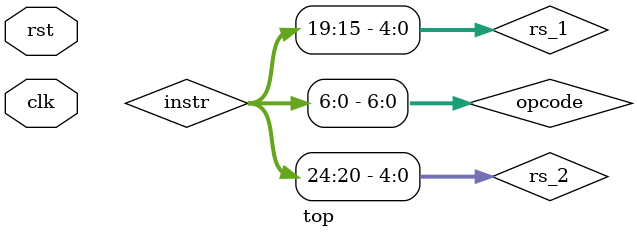
<source format=sv>
module top(

    input logic clk,
    input logic rst


);



//kablolar ALU
 logic [31:0]alu_in_1;
 logic [31:0]alu_in_2; //anlik deger olabilir
 logic [3:0]alu_op;
 logic [31:0]alu_out; //output
 logic alu_zero_flag; //output

 //kablolar ImmediateGenerator

 logic [31:0]instr;
 logic [6:0]opcode;
 logic [31:0]imm; //output

//kablolar ProgramCounter
  logic pc_clk;
  logic pc_rst;
  logic [31:0]next_out; //PC'nin alacagi yeni deger , disarida ya 4 ile toplanir ya da dallanma varsa anlikla .

  logic [31:0]pc_out; //output

//kablolar RegisterFile
  logic rf_clk;
  logic rf_rst;

  logic rf_write; //yazma denetimi
  logic [4:0]rs_1;
  logic [4:0]rs_2;
  logic [4:0]dst_r; //hedef yazmac
  logic [31:0]data; // "yaz" denetimi ile yazilacak veri

  logic [31:0]out_r1; //output
  logic [31:0]out_r2; //output

//kablolar InstructionMemory
 logic [31:0]out_inst ; // output
 logic [9:0]address_inst;


//kablolar DataMemory
 logic dm_write; // Yazma denetimi
 logic dm_clk;
 logic dm_rst;
 logic [31:0]in_data; // Yazilacak veri
 logic [31:0]address_data; // okunacak verinin adresi (ilk iki bite bakilmaz)
 logic [2:0]funct3; // komutun icindeki funct alani

 logic [31:0]dm_out; //output

 //kablolar ControlUnit


     
     logic [6:0]funct7;

     logic reg_write; //output
     logic mem_write; // output
     logic ALU_src;  // output
     logic [1:0]reg_src; // output
     logic [3:0]ALU_control; //  output
     logic branch; //output 
     logic jump; //output

//Instructioni parcalama
assign opcode   = instr[6:0];
assign dst_r  = instr[11:7];
assign funct3   = instr[14:12];
assign rs_1 = instr[19:15];
assign rs_2 = instr[24:20];
assign funct7   = instr[31:25];



always_comb begin

    //ALU giren MUX
    alu_in_2 = ALU_src == 0 ? out_r2 : imm;
    
    //Register giris verisi MUX
    data  = 32'b00 ;
    if(reg_src == 2'b00)begin
        data = alu_out;

    end
    else begin
        if(reg_src == 2'b01)begin
            data = dm_out;

        end
        else begin
            if(reg_src == 2'b10)begin

                data = pc_out + 32'd4;

            end

        end

    end

    //PC'nin sonraki degeri icin MUX
    next_out = (branch&&alu_zero_flag)||(jump&&opcode==7'b1101111) ? (pc_out+imm) : (pc_out + 4) ;
    if(jump&&opcode==7'b1100111)begin
        next_out = alu_out;

    end



end


ALU alu(.in_1(out_r1) , .in_2(alu_in_2) , .op(ALU_control) , .out(alu_out) , .zero(alu_zero_flag));

ImmediateGenerator Imm_Gen(.instr(instr) , .op(opcode) , .imm(imm));

ProgramCounter PC(.clk(clk) , .rst(rst) , .next_out(next_out) , .out(pc_out));

RegisterFile Reg_File(.clk(clk) , .rst(rst) , .write(reg_write) , .rs_1(rs_1) , .rs_2(rs_2) , .dst_r(dst_r) , .data(data) , .out_r1(out_r1) , .out_r2(out_r2));

InstructionMemory Inst_Mem(.out_inst(instr) , .address(pc_out[11:2]));

ControlUnit Control_Unit(.opcode(opcode) , .funct3(funct3) , .funct7(funct7) , .reg_write(reg_write) , .mem_write(mem_write) , .ALU_src(ALU_src) , .reg_src(reg_src) , .ALU_control(ALU_control) , .branch(branch) , .jump(jump) );

DataMemory Data_Mem(.write(mem_write) , .clk(clk) , .rst(rst) , .in_data(out_r2) , .addr(alu_out) , .funct3(funct3) , .out(dm_out));

endmodule
</source>
